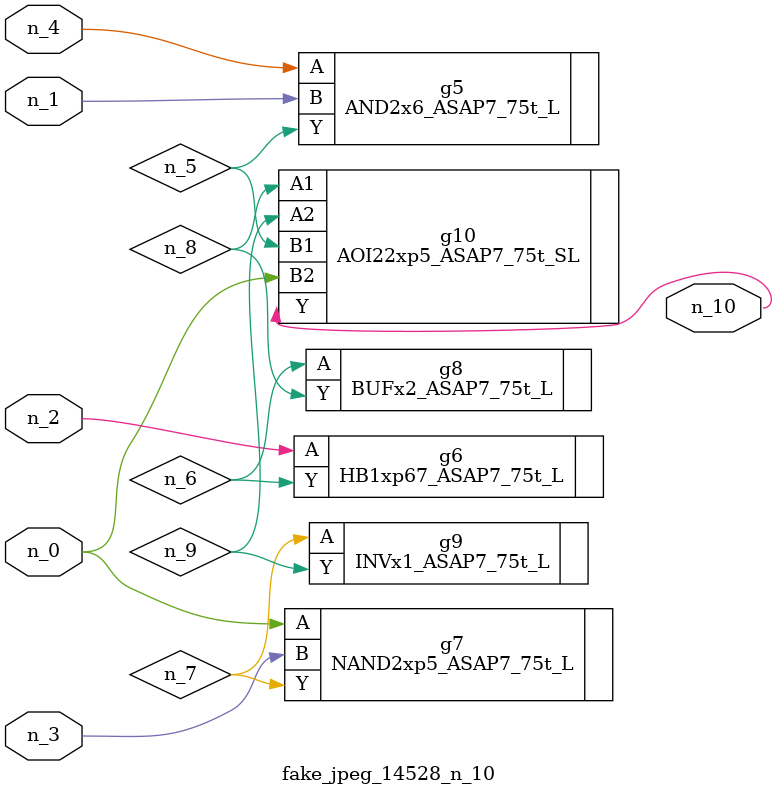
<source format=v>
module fake_jpeg_14528_n_10 (n_3, n_2, n_1, n_0, n_4, n_10);

input n_3;
input n_2;
input n_1;
input n_0;
input n_4;

output n_10;

wire n_8;
wire n_9;
wire n_6;
wire n_5;
wire n_7;

AND2x6_ASAP7_75t_L g5 ( 
.A(n_4),
.B(n_1),
.Y(n_5)
);

HB1xp67_ASAP7_75t_L g6 ( 
.A(n_2),
.Y(n_6)
);

NAND2xp5_ASAP7_75t_L g7 ( 
.A(n_0),
.B(n_3),
.Y(n_7)
);

BUFx2_ASAP7_75t_L g8 ( 
.A(n_6),
.Y(n_8)
);

AOI22xp5_ASAP7_75t_SL g10 ( 
.A1(n_8),
.A2(n_9),
.B1(n_5),
.B2(n_0),
.Y(n_10)
);

INVx1_ASAP7_75t_L g9 ( 
.A(n_7),
.Y(n_9)
);


endmodule
</source>
